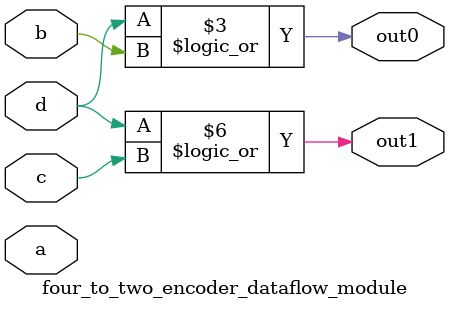
<source format=v>

module four_to_two_encoder_dataflow_module (a, b, c, d, out0, out1);
	input a, b, c, d;

	output out0, out1;

	assign out0 = (d == 1'b1) || (b == 1'b1);
	assign out1 = (d == 1'b1) || (c == 1'b1);

endmodule


</source>
